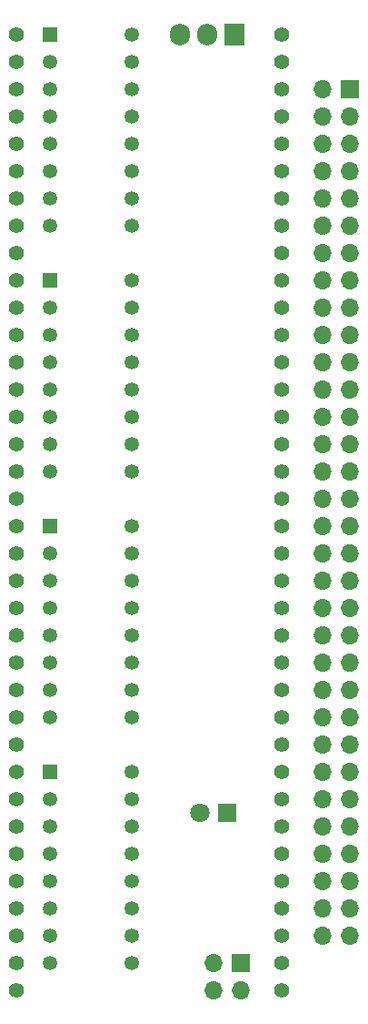
<source format=gbs>
%TF.GenerationSoftware,KiCad,Pcbnew,7.0.5*%
%TF.CreationDate,2024-01-28T12:44:07+02:00*%
%TF.ProjectId,Signal Tester Right,5369676e-616c-4205-9465-737465722052,V0*%
%TF.SameCoordinates,Original*%
%TF.FileFunction,Soldermask,Bot*%
%TF.FilePolarity,Negative*%
%FSLAX46Y46*%
G04 Gerber Fmt 4.6, Leading zero omitted, Abs format (unit mm)*
G04 Created by KiCad (PCBNEW 7.0.5) date 2024-01-28 12:44:07*
%MOMM*%
%LPD*%
G01*
G04 APERTURE LIST*
%ADD10R,1.350000X1.350000*%
%ADD11C,1.350000*%
%ADD12R,1.905000X2.000000*%
%ADD13O,1.905000X2.000000*%
%ADD14C,1.400000*%
%ADD15R,1.700000X1.700000*%
%ADD16O,1.700000X1.700000*%
%ADD17R,1.800000X1.800000*%
%ADD18C,1.800000*%
G04 APERTURE END LIST*
D10*
%TO.C,DS2*%
X33655000Y-71120000D03*
D11*
X33655000Y-73660000D03*
X33655000Y-76200000D03*
X33655000Y-78740000D03*
X33655000Y-81280000D03*
X33655000Y-83820000D03*
X33655000Y-86360000D03*
X33655000Y-88900000D03*
X41275000Y-88900000D03*
X41275000Y-86360000D03*
X41275000Y-83820000D03*
X41275000Y-81280000D03*
X41275000Y-78740000D03*
X41275000Y-76200000D03*
X41275000Y-73660000D03*
X41275000Y-71120000D03*
%TD*%
D12*
%TO.C,U1*%
X50800000Y-48260000D03*
D13*
X48260000Y-48260000D03*
X45720000Y-48260000D03*
%TD*%
D14*
%TO.C,RN8*%
X55245000Y-137160000D03*
X55245000Y-134620000D03*
X55245000Y-132080000D03*
X55245000Y-129540000D03*
X55245000Y-127000000D03*
X55245000Y-124460000D03*
X55245000Y-121920000D03*
X55245000Y-119380000D03*
X55245000Y-116840000D03*
%TD*%
%TO.C,RN5*%
X30480000Y-114300000D03*
X30480000Y-111760000D03*
X30480000Y-109220000D03*
X30480000Y-106680000D03*
X30480000Y-104140000D03*
X30480000Y-101600000D03*
X30480000Y-99060000D03*
X30480000Y-96520000D03*
X30480000Y-93980000D03*
%TD*%
%TO.C,RN1*%
X30480000Y-68580000D03*
X30480000Y-66040000D03*
X30480000Y-63500000D03*
X30480000Y-60960000D03*
X30480000Y-58420000D03*
X30480000Y-55880000D03*
X30480000Y-53340000D03*
X30480000Y-50800000D03*
X30480000Y-48260000D03*
%TD*%
D10*
%TO.C,DS3*%
X33655000Y-93980000D03*
D11*
X33655000Y-96520000D03*
X33655000Y-99060000D03*
X33655000Y-101600000D03*
X33655000Y-104140000D03*
X33655000Y-106680000D03*
X33655000Y-109220000D03*
X33655000Y-111760000D03*
X41275000Y-111760000D03*
X41275000Y-109220000D03*
X41275000Y-106680000D03*
X41275000Y-104140000D03*
X41275000Y-101600000D03*
X41275000Y-99060000D03*
X41275000Y-96520000D03*
X41275000Y-93980000D03*
%TD*%
D15*
%TO.C,J2*%
X51435000Y-134620000D03*
D16*
X48895000Y-134620000D03*
X51435000Y-137160000D03*
X48895000Y-137160000D03*
%TD*%
D10*
%TO.C,DS4*%
X33655000Y-116840000D03*
D11*
X33655000Y-119380000D03*
X33655000Y-121920000D03*
X33655000Y-124460000D03*
X33655000Y-127000000D03*
X33655000Y-129540000D03*
X33655000Y-132080000D03*
X33655000Y-134620000D03*
X41275000Y-134620000D03*
X41275000Y-132080000D03*
X41275000Y-129540000D03*
X41275000Y-127000000D03*
X41275000Y-124460000D03*
X41275000Y-121920000D03*
X41275000Y-119380000D03*
X41275000Y-116840000D03*
%TD*%
D10*
%TO.C,DS1*%
X33655000Y-48260000D03*
D11*
X33655000Y-50800000D03*
X33655000Y-53340000D03*
X33655000Y-55880000D03*
X33655000Y-58420000D03*
X33655000Y-60960000D03*
X33655000Y-63500000D03*
X33655000Y-66040000D03*
X41275000Y-66040000D03*
X41275000Y-63500000D03*
X41275000Y-60960000D03*
X41275000Y-58420000D03*
X41275000Y-55880000D03*
X41275000Y-53340000D03*
X41275000Y-50800000D03*
X41275000Y-48260000D03*
%TD*%
D14*
%TO.C,RN4*%
X55245000Y-91440000D03*
X55245000Y-88900000D03*
X55245000Y-86360000D03*
X55245000Y-83820000D03*
X55245000Y-81280000D03*
X55245000Y-78740000D03*
X55245000Y-76200000D03*
X55245000Y-73660000D03*
X55245000Y-71120000D03*
%TD*%
%TO.C,RN2*%
X55245000Y-68580000D03*
X55245000Y-66040000D03*
X55245000Y-63500000D03*
X55245000Y-60960000D03*
X55245000Y-58420000D03*
X55245000Y-55880000D03*
X55245000Y-53340000D03*
X55245000Y-50800000D03*
X55245000Y-48260000D03*
%TD*%
D17*
%TO.C,LED1*%
X50170000Y-120650000D03*
D18*
X47630000Y-120650000D03*
%TD*%
D14*
%TO.C,RN3*%
X30480000Y-91440000D03*
X30480000Y-88900000D03*
X30480000Y-86360000D03*
X30480000Y-83820000D03*
X30480000Y-81280000D03*
X30480000Y-78740000D03*
X30480000Y-76200000D03*
X30480000Y-73660000D03*
X30480000Y-71120000D03*
%TD*%
%TO.C,RN7*%
X30480000Y-137160000D03*
X30480000Y-134620000D03*
X30480000Y-132080000D03*
X30480000Y-129540000D03*
X30480000Y-127000000D03*
X30480000Y-124460000D03*
X30480000Y-121920000D03*
X30480000Y-119380000D03*
X30480000Y-116840000D03*
%TD*%
%TO.C,RN6*%
X55245000Y-114299999D03*
X55245000Y-111759999D03*
X55245000Y-109219999D03*
X55245000Y-106679999D03*
X55245000Y-104139999D03*
X55245000Y-101599999D03*
X55245000Y-99059999D03*
X55245000Y-96519999D03*
X55245000Y-93979999D03*
%TD*%
D15*
%TO.C,J3*%
X61595000Y-53340000D03*
D16*
X59055000Y-53340000D03*
X61595000Y-55880000D03*
X59055000Y-55880000D03*
X61595000Y-58420000D03*
X59055000Y-58420000D03*
X61595000Y-60960000D03*
X59055000Y-60960000D03*
X61595000Y-63500000D03*
X59055000Y-63500000D03*
X61595000Y-66040000D03*
X59055000Y-66040000D03*
X61595000Y-68580000D03*
X59055000Y-68580000D03*
X61595000Y-71120000D03*
X59055000Y-71120000D03*
X61595000Y-73660000D03*
X59055000Y-73660000D03*
X61595000Y-76200000D03*
X59055000Y-76200000D03*
X61595000Y-78740000D03*
X59055000Y-78740000D03*
X61595000Y-81280000D03*
X59055000Y-81280000D03*
X61595000Y-83820000D03*
X59055000Y-83820000D03*
X61595000Y-86360000D03*
X59055000Y-86360000D03*
X61595000Y-88900000D03*
X59055000Y-88900000D03*
X61595000Y-91440000D03*
X59055000Y-91440000D03*
X61595000Y-93980000D03*
X59055000Y-93980000D03*
X61595000Y-96520000D03*
X59055000Y-96520000D03*
X61595000Y-99060000D03*
X59055000Y-99060000D03*
X61595000Y-101600000D03*
X59055000Y-101600000D03*
X61595000Y-104140000D03*
X59055000Y-104140000D03*
X61595000Y-106680000D03*
X59055000Y-106680000D03*
X61595000Y-109220000D03*
X59055000Y-109220000D03*
X61595000Y-111760000D03*
X59055000Y-111760000D03*
X61595000Y-114300000D03*
X59055000Y-114300000D03*
X61595000Y-116840000D03*
X59055000Y-116840000D03*
X61595000Y-119380000D03*
X59055000Y-119380000D03*
X61595000Y-121920000D03*
X59055000Y-121920000D03*
X61595000Y-124460000D03*
X59055000Y-124460000D03*
X61595000Y-127000000D03*
X59055000Y-127000000D03*
X61595000Y-129540000D03*
X59055000Y-129540000D03*
X61595000Y-132080000D03*
X59055000Y-132080000D03*
%TD*%
M02*

</source>
